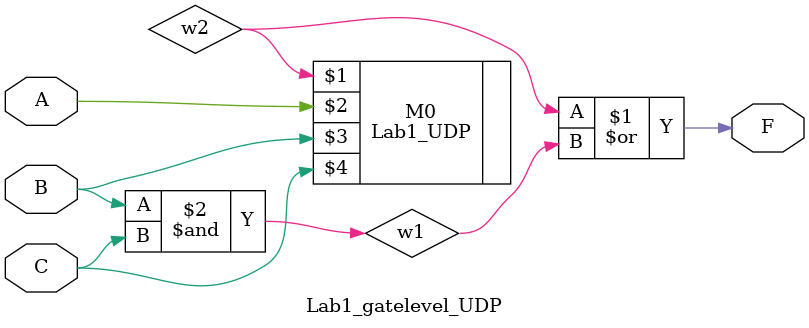
<source format=v>

module Lab1_gatelevel_UDP(F, A, B, C);
       output    F;
       input     A, B, C;
       wire      w2,w1;

       Lab1_UDP            M0(w2, A, B, C);

       or                  G2(F, w2, w1);
       and                 G1(w1, B, C);
endmodule

</source>
